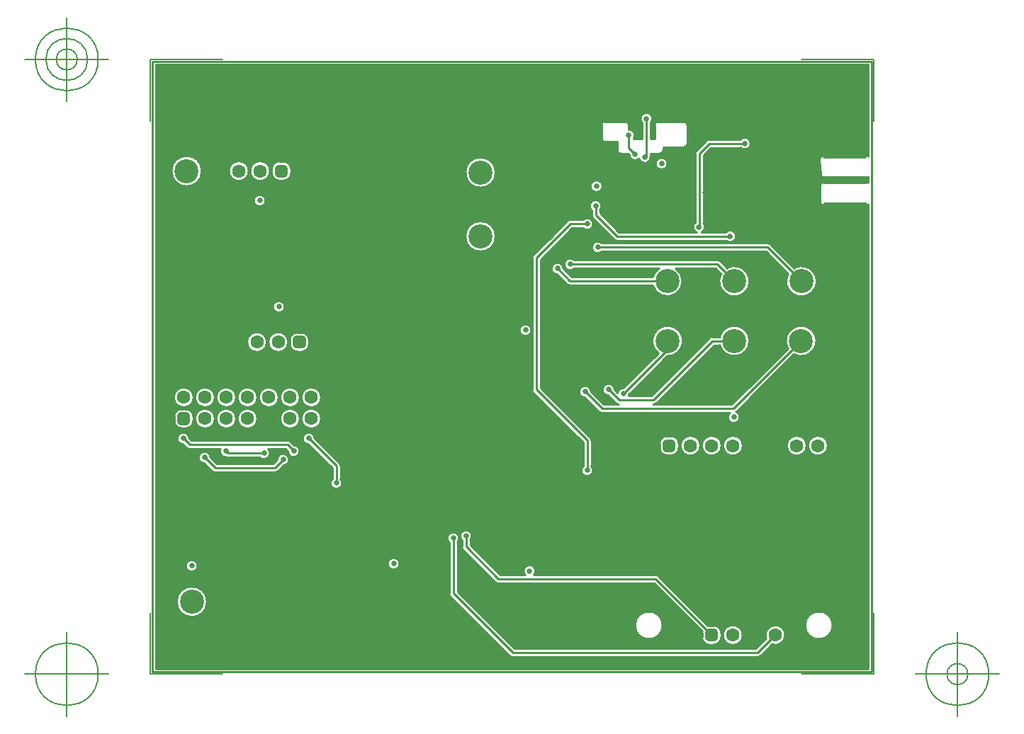
<source format=gbr>
G04 Generated by Ultiboard 14.0 *
%FSLAX24Y24*%
%MOIN*%

%ADD10C,0.0001*%
%ADD11C,0.0100*%
%ADD12C,0.0050*%
%ADD13C,0.1130*%
%ADD14C,0.0260*%
%ADD15C,0.0633*%
%ADD16R,0.0208X0.0208*%
%ADD17C,0.0392*%
%ADD18R,0.2050X0.0950*%


G04 ColorRGB 0000FF for the following layer *
%LNCopper Bottom*%
%LPD*%
G54D10*
G36*
X59730Y26316D02*
X59730Y26316D01*
X59730Y4451D01*
X26211Y4451D01*
X26211Y32899D01*
X59730Y32899D01*
X59730Y28573D01*
G75*
D01*
G03X59629Y28611I-100J-112*
G01*
X59629Y28611D01*
X57580Y28601D01*
G75*
D01*
G03X57430Y28441I1J-151*
G01*
X57430Y28441D01*
X57470Y27741D01*
G74*
D01*
G03X57585Y27603I150J8*
G01*
G75*
D01*
G03X57620Y27599I35J147*
G01*
X57620Y27599D01*
X59650Y27599D01*
G75*
D01*
G03X59697Y27607I-2J151*
G01*
G74*
D01*
G03X59730Y27622I45J143*
G01*
X59730Y27622D01*
X59730Y27344D01*
G74*
D01*
G03X59660Y27361I70J134*
G01*
X59660Y27361D01*
X57610Y27361D01*
G75*
D01*
G03X57459Y27210I0J-151*
G01*
X57459Y27210D01*
X57459Y26440D01*
G75*
D01*
G03X57610Y26289I151J0*
G01*
X57611Y26289D01*
X57611Y26289D01*
X59661Y26299D01*
G74*
D01*
G03X59730Y26316I1J151*
G01*
D02*
G37*
%LPC*%
G36*
X54513Y4999D02*
G74*
D01*
G03X54655Y5058I0J201*
G01*
X54655Y5058D01*
X55197Y5600D01*
G75*
D01*
G03X54913Y5884I155J439*
G01*
X54913Y5884D01*
X54429Y5401D01*
X43083Y5401D01*
X40401Y8083D01*
X40401Y10405D01*
G75*
D01*
G03X39999Y10405I-201J195*
G01*
X39999Y10405D01*
X39999Y8000D01*
G75*
D01*
G03X40058Y7858I201J0*
G01*
X40058Y7858D01*
X42858Y5058D01*
G75*
D01*
G03X43000Y4999I142J141*
G01*
X43000Y4999D01*
X54513Y4999D01*
D02*
G37*
G36*
X54256Y5583D02*
G75*
D01*
G03X54256Y5583I97J457*
G01*
D02*
G37*
G36*
X47195Y24099D02*
X47195Y24099D01*
X54901Y24099D01*
X55953Y23047D01*
X55953Y23047D01*
X55953Y23047D01*
G75*
D01*
G03X56238Y23331I627J-344*
G01*
X56238Y23331D01*
X55127Y24442D01*
G74*
D01*
G03X54984Y24501I142J142*
G01*
X54984Y24501D01*
X47195Y24501D01*
G75*
D01*
G03X47195Y24099I-195J-201*
G01*
D02*
G37*
G36*
X56220Y19267D02*
G75*
D01*
G03X55936Y19552I344J627*
G01*
X55936Y19552D01*
X54199Y17815D01*
X53285Y16901D01*
X49628Y16901D01*
G74*
D01*
G03X49665Y16910I29J198*
G01*
G74*
D01*
G03X49742Y16958I65J189*
G01*
X49742Y16958D01*
X52478Y19694D01*
X52738Y19694D01*
G75*
D01*
G03X52738Y20096I685J201*
G01*
X52738Y20096D01*
X52395Y20096D01*
G75*
D01*
G03X52299Y20071I1J-201*
G01*
G74*
D01*
G03X52253Y20037I95J176*
G01*
X52253Y20037D01*
X49517Y17301D01*
X48462Y17301D01*
G74*
D01*
G03X48480Y17396I262J99*
G01*
X48480Y17396D01*
X50264Y19180D01*
G75*
D01*
G03X49846Y19330I21J715*
G01*
X49846Y19330D01*
X48196Y17680D01*
G74*
D01*
G03X47926Y17458I4J280*
G01*
X47926Y17458D01*
X47780Y17604D01*
G75*
D01*
G03X47496Y17320I-280J-4*
G01*
X47496Y17320D01*
X47858Y16958D01*
G74*
D01*
G03X47942Y16908I141J142*
G01*
G74*
D01*
G03X47972Y16901I60J191*
G01*
X47972Y16901D01*
X47283Y16901D01*
X46680Y17504D01*
G75*
D01*
G03X46396Y17220I-280J-4*
G01*
X46396Y17220D01*
X47058Y16558D01*
G75*
D01*
G03X47200Y16499I142J141*
G01*
X47200Y16499D01*
X53203Y16499D01*
G75*
D01*
G03X53510Y16558I197J-199*
G01*
X53511Y16558D01*
X53511Y16558D01*
X54256Y17303D01*
X56220Y19267D01*
D02*
G37*
G36*
X54256Y14505D02*
G75*
D01*
G03X54256Y14505I103J455*
G01*
D02*
G37*
G36*
X46305Y25199D02*
G75*
D01*
G03X46305Y25601I195J201*
G01*
X46305Y25601D01*
X45700Y25601D01*
G75*
D01*
G03X45625Y25586I1J-201*
G01*
G74*
D01*
G03X45558Y25542I74J186*
G01*
X45558Y25542D01*
X44807Y24791D01*
X43958Y23942D01*
G75*
D01*
G03X43899Y23800I141J-142*
G01*
X43899Y23800D01*
X43899Y17600D01*
G75*
D01*
G03X43958Y17458I201J0*
G01*
X43958Y17458D01*
X46299Y15117D01*
X46299Y13995D01*
G75*
D01*
G03X46701Y13995I201J-195*
G01*
X46701Y13995D01*
X46701Y15200D01*
G74*
D01*
G03X46642Y15342I201J0*
G01*
X46642Y15342D01*
X44807Y17177D01*
X44301Y17683D01*
X44301Y23717D01*
X44807Y24223D01*
X45783Y25199D01*
X46305Y25199D01*
D02*
G37*
G36*
X49587Y22503D02*
G75*
D01*
G03X50669Y23299I685J203*
G01*
X50669Y23299D01*
X52547Y23299D01*
X52796Y23050D01*
X52799Y23047D01*
G75*
D01*
G03X53084Y23331I627J-344*
G01*
X53084Y23331D01*
X52773Y23642D01*
G74*
D01*
G03X52630Y23701I142J142*
G01*
X52630Y23701D01*
X45895Y23701D01*
G75*
D01*
G03X45895Y23299I-195J-201*
G01*
X45895Y23299D01*
X49877Y23299D01*
G74*
D01*
G03X49587Y22905I395J595*
G01*
X49587Y22905D01*
X45780Y22905D01*
X45637Y23047D01*
X45637Y23047D01*
X45380Y23304D01*
G75*
D01*
G03X45096Y23020I-280J-4*
G01*
X45096Y23020D01*
X45554Y22562D01*
G75*
D01*
G03X45697Y22503I142J141*
G01*
X45697Y22503D01*
X49587Y22503D01*
D02*
G37*
G36*
X43997Y8871D02*
G75*
D01*
G03X43583Y8871I-207J189*
G01*
X43583Y8871D01*
X42413Y8871D01*
X41001Y10283D01*
X41001Y10505D01*
G75*
D01*
G03X40599Y10505I-201J195*
G01*
X40599Y10505D01*
X40599Y10200D01*
G75*
D01*
G03X40658Y10058I201J0*
G01*
X40658Y10058D01*
X42188Y8528D01*
G75*
D01*
G03X42330Y8469I142J141*
G01*
X42330Y8469D01*
X49639Y8469D01*
X51906Y6203D01*
G74*
D01*
G03X51901Y6144I343J59*
G01*
X51901Y6144D01*
X51901Y5936D01*
G75*
D01*
G03X52249Y5588I348J0*
G01*
X52249Y5588D01*
X52457Y5588D01*
G75*
D01*
G03X52804Y5936I-1J348*
G01*
X52804Y5936D01*
X52804Y6144D01*
G74*
D01*
G03X52457Y6492I347J1*
G01*
X52457Y6492D01*
X52249Y6492D01*
G75*
D01*
G03X52190Y6487I0J-348*
G01*
X52190Y6487D01*
X49865Y8812D01*
G74*
D01*
G03X49723Y8871I142J141*
G01*
X49723Y8871D01*
X43997Y8871D01*
D02*
G37*
G36*
X34901Y14000D02*
G74*
D01*
G03X34842Y14142I201J0*
G01*
X34842Y14142D01*
X33680Y15304D01*
G75*
D01*
G03X33396Y15020I-280J-4*
G01*
X33396Y15020D01*
X34499Y13917D01*
X34499Y13395D01*
G75*
D01*
G03X34901Y13395I201J-195*
G01*
X34901Y13395D01*
X34901Y14000D01*
D02*
G37*
G36*
X56750Y6500D02*
G75*
D01*
G03X56750Y6500I650J0*
G01*
D02*
G37*
G36*
X55892Y14960D02*
G75*
D01*
G03X55892Y14960I467J0*
G01*
D02*
G37*
G36*
X56892Y14960D02*
G75*
D01*
G03X56892Y14960I467J0*
G01*
D02*
G37*
G36*
X48750Y6500D02*
G75*
D01*
G03X48750Y6500I650J0*
G01*
D02*
G37*
G36*
X52886Y6040D02*
G75*
D01*
G03X52886Y6040I467J0*
G01*
D02*
G37*
G36*
X27190Y7609D02*
G75*
D01*
G03X27190Y7609I715J0*
G01*
D02*
G37*
G36*
X27620Y9300D02*
G75*
D01*
G03X27620Y9300I280J0*
G01*
D02*
G37*
G36*
X37120Y9400D02*
G75*
D01*
G03X37120Y9400I280J0*
G01*
D02*
G37*
G36*
X31720Y21500D02*
G75*
D01*
G03X31720Y21500I280J0*
G01*
D02*
G37*
G36*
X31920Y14304D02*
X31920Y14304D01*
X31717Y14101D01*
X29083Y14101D01*
X28780Y14404D01*
G75*
D01*
G03X28496Y14120I-280J-4*
G01*
X28496Y14120D01*
X28858Y13758D01*
G75*
D01*
G03X29000Y13699I142J141*
G01*
X29000Y13699D01*
X31800Y13699D01*
G74*
D01*
G03X31942Y13758I0J201*
G01*
X31942Y13758D01*
X32204Y14020D01*
G75*
D01*
G03X31920Y14304I-4J280*
G01*
D02*
G37*
G36*
X27780Y15304D02*
G75*
D01*
G03X27496Y15020I-280J-4*
G01*
X27496Y15020D01*
X27658Y14858D01*
G75*
D01*
G03X27800Y14799I142J141*
G01*
X27800Y14799D01*
X29238Y14799D01*
G75*
D01*
G03X29510Y14420I262J-99*
G01*
G75*
D01*
G03X29600Y14399I89J180*
G01*
X29600Y14399D01*
X31105Y14399D01*
G75*
D01*
G03X31497Y14799I196J200*
G01*
X31497Y14799D01*
X32317Y14799D01*
X32420Y14696D01*
G75*
D01*
G03X32704Y14980I280J4*
G01*
X32704Y14980D01*
X32583Y15101D01*
G74*
D01*
G03X32409Y15201I174J101*
G01*
X32409Y15201D01*
X27883Y15201D01*
X27780Y15304D01*
D02*
G37*
G36*
X27074Y16338D02*
X27074Y16338D01*
X27074Y16130D01*
G75*
D01*
G03X27421Y15783I347J0*
G01*
X27421Y15783D01*
X27629Y15783D01*
G75*
D01*
G03X27977Y16130I1J347*
G01*
X27977Y16130D01*
X27977Y16338D01*
G74*
D01*
G03X27629Y16686I348J0*
G01*
X27629Y16686D01*
X27421Y16686D01*
G75*
D01*
G03X27074Y16338I1J-348*
G01*
D02*
G37*
G36*
X28059Y16234D02*
G75*
D01*
G03X28059Y16234I466J0*
G01*
D02*
G37*
G36*
X29059Y16234D02*
G75*
D01*
G03X29059Y16234I466J0*
G01*
D02*
G37*
G36*
X30059Y16234D02*
G75*
D01*
G03X30059Y16234I466J0*
G01*
D02*
G37*
G36*
X32059Y16234D02*
G75*
D01*
G03X32059Y16234I466J0*
G01*
D02*
G37*
G36*
X33059Y16234D02*
G75*
D01*
G03X33059Y16234I466J0*
G01*
D02*
G37*
G36*
X27059Y17234D02*
G75*
D01*
G03X27059Y17234I466J0*
G01*
D02*
G37*
G36*
X28059Y17234D02*
G75*
D01*
G03X28059Y17234I466J0*
G01*
D02*
G37*
G36*
X29059Y17234D02*
G75*
D01*
G03X29059Y17234I466J0*
G01*
D02*
G37*
G36*
X30059Y17234D02*
G75*
D01*
G03X30059Y17234I466J0*
G01*
D02*
G37*
G36*
X31059Y17234D02*
G75*
D01*
G03X31059Y17234I466J0*
G01*
D02*
G37*
G36*
X32059Y17234D02*
G75*
D01*
G03X32059Y17234I466J0*
G01*
D02*
G37*
G36*
X33059Y17234D02*
G75*
D01*
G03X33059Y17234I466J0*
G01*
D02*
G37*
G36*
X30501Y19838D02*
G75*
D01*
G03X30501Y19838I467J0*
G01*
D02*
G37*
G36*
X31501Y19838D02*
G75*
D01*
G03X31501Y19838I467J0*
G01*
D02*
G37*
G36*
X33420Y19733D02*
X33420Y19733D01*
X33420Y19942D01*
G74*
D01*
G03X33072Y20289I348J1*
G01*
X33072Y20289D01*
X32864Y20289D01*
G75*
D01*
G03X32516Y19942I-1J-347*
G01*
X32516Y19942D01*
X32516Y19733D01*
G75*
D01*
G03X32864Y19386I348J1*
G01*
X32864Y19386D01*
X33072Y19386D01*
G75*
D01*
G03X33420Y19733I1J347*
G01*
D02*
G37*
G36*
X32567Y27790D02*
X32567Y27790D01*
X32567Y27998D01*
G74*
D01*
G03X32220Y28345I347J0*
G01*
X32220Y28345D01*
X32012Y28345D01*
G75*
D01*
G03X31664Y27998I-1J-347*
G01*
X31664Y27998D01*
X31664Y27790D01*
G75*
D01*
G03X32012Y27442I348J0*
G01*
X32012Y27442D01*
X32220Y27442D01*
G75*
D01*
G03X32567Y27790I-1J348*
G01*
D02*
G37*
G36*
X30820Y26500D02*
G75*
D01*
G03X30820Y26500I280J0*
G01*
D02*
G37*
G36*
X26947Y27891D02*
G75*
D01*
G03X26947Y27891I715J0*
G01*
D02*
G37*
G36*
X29649Y27894D02*
G75*
D01*
G03X29649Y27894I467J0*
G01*
D02*
G37*
G36*
X30649Y27894D02*
G75*
D01*
G03X30649Y27894I467J0*
G01*
D02*
G37*
G36*
X48470Y28676D02*
G75*
D01*
G03X48940Y28475I280J5*
G01*
G75*
D01*
G03X49487Y28591I270J73*
G01*
G75*
D01*
G03X49491Y28630I-196J40*
G01*
X49491Y28630D01*
X49491Y28719D01*
X49930Y28719D01*
G75*
D01*
G03X49986Y28730I-1J151*
G01*
G75*
D01*
G03X50081Y28875I-55J140*
G01*
X50081Y28875D01*
X50076Y29021D01*
X51061Y29029D01*
G75*
D01*
G03X51211Y29180I-1J151*
G01*
X51211Y29180D01*
X51211Y30060D01*
G74*
D01*
G03X51060Y30211I151J0*
G01*
X51060Y30211D01*
X49820Y30211D01*
G75*
D01*
G03X49669Y30060I0J-151*
G01*
X49669Y30060D01*
X49669Y29431D01*
X49491Y29431D01*
X49491Y30165D01*
G75*
D01*
G03X49089Y30165I-201J195*
G01*
X49089Y30165D01*
X49089Y29431D01*
X48697Y29431D01*
G75*
D01*
G03X48451Y29860I-235J150*
G01*
X48451Y29860D01*
X48451Y30080D01*
G74*
D01*
G03X48300Y30231I151J0*
G01*
X48300Y30231D01*
X47320Y30231D01*
G75*
D01*
G03X47169Y30080I0J-151*
G01*
X47169Y30080D01*
X47169Y29420D01*
G75*
D01*
G03X47320Y29269I151J0*
G01*
X47320Y29269D01*
X47917Y29269D01*
X47909Y28873D01*
G75*
D01*
G03X47998Y28732I151J-3*
G01*
G75*
D01*
G03X48060Y28719I61J138*
G01*
X48060Y28719D01*
X48427Y28719D01*
X48470Y28676D01*
D02*
G37*
G36*
X53715Y28989D02*
G75*
D01*
G03X53715Y29391I195J201*
G01*
X53715Y29391D01*
X52240Y29391D01*
G75*
D01*
G03X52230Y29391I-5J-201*
G01*
G74*
D01*
G03X52098Y29332I11J201*
G01*
X52098Y29332D01*
X51628Y28862D01*
G75*
D01*
G03X51569Y28719I141J-142*
G01*
X51569Y28719D01*
X51569Y25465D01*
G75*
D01*
G03X51642Y25006I191J-205*
G01*
X51642Y25006D01*
X47998Y25006D01*
X47101Y25903D01*
X47101Y26055D01*
G75*
D01*
G03X46699Y26055I-201J195*
G01*
X46699Y26055D01*
X46699Y25820D01*
G75*
D01*
G03X46758Y25678I201J0*
G01*
X46758Y25678D01*
X47773Y24663D01*
G75*
D01*
G03X47915Y24604I142J141*
G01*
X47915Y24604D01*
X53052Y24604D01*
G75*
D01*
G03X53021Y25006I177J216*
G01*
X53021Y25006D01*
X51878Y25006D01*
G75*
D01*
G03X51971Y25444I-118J254*
G01*
X51971Y25444D01*
X51971Y28637D01*
X52323Y28989D01*
X53715Y28989D01*
D02*
G37*
G36*
X46660Y27180D02*
G75*
D01*
G03X46660Y27180I280J0*
G01*
D02*
G37*
G36*
X49720Y28240D02*
G75*
D01*
G03X49720Y28240I280J0*
G01*
D02*
G37*
G36*
X49907Y15064D02*
X49907Y15064D01*
X49907Y14856D01*
G75*
D01*
G03X50255Y14508I348J0*
G01*
X50255Y14508D01*
X50463Y14508D01*
G75*
D01*
G03X50811Y14856I0J348*
G01*
X50811Y14856D01*
X50811Y15064D01*
G74*
D01*
G03X50463Y15412I348J0*
G01*
X50463Y15412D01*
X50255Y15412D01*
G75*
D01*
G03X49907Y15064I0J-348*
G01*
D02*
G37*
G36*
X50892Y14960D02*
G75*
D01*
G03X50892Y14960I467J0*
G01*
D02*
G37*
G36*
X51892Y14960D02*
G75*
D01*
G03X51892Y14960I467J0*
G01*
D02*
G37*
G36*
X52892Y14960D02*
G75*
D01*
G03X52892Y14960I467J0*
G01*
D02*
G37*
G36*
X40771Y27825D02*
G75*
D01*
G03X40771Y27825I715J0*
G01*
D02*
G37*
G36*
X40768Y24818D02*
G75*
D01*
G03X40768Y24818I715J0*
G01*
D02*
G37*
G36*
X43320Y20400D02*
G75*
D01*
G03X43320Y20400I280J0*
G01*
D02*
G37*
%LPD*%
G54D11*
X54513Y4999D02*
G74*
D01*
G03X54655Y5058I0J201*
G01*
X55197Y5600D01*
G75*
D01*
G03X54913Y5884I155J439*
G01*
X54429Y5401D01*
X43083Y5401D01*
X40401Y8083D01*
X40401Y10405D01*
G75*
D01*
G03X39999Y10405I-201J195*
G01*
X39999Y8000D01*
G75*
D01*
G03X40058Y7858I201J0*
G01*
X42858Y5058D01*
G75*
D01*
G03X43000Y4999I142J141*
G01*
X54513Y4999D01*
X54256Y5583D02*
G75*
D01*
G03X54256Y5583I97J457*
G01*
X47195Y24099D02*
X54901Y24099D01*
X55953Y23047D01*
X55953Y23047D01*
X55953Y23047D01*
G75*
D01*
G03X56238Y23331I627J-344*
G01*
X55127Y24442D01*
G74*
D01*
G03X54984Y24501I142J142*
G01*
X47195Y24501D01*
G75*
D01*
G03X47195Y24099I-195J-201*
G01*
X56220Y19267D02*
G75*
D01*
G03X55936Y19552I344J627*
G01*
X54199Y17815D01*
X53285Y16901D01*
X49628Y16901D01*
G74*
D01*
G03X49665Y16910I29J198*
G01*
G74*
D01*
G03X49742Y16958I65J189*
G01*
X52478Y19694D01*
X52738Y19694D01*
G75*
D01*
G03X52738Y20096I685J201*
G01*
X52395Y20096D01*
G75*
D01*
G03X52299Y20071I1J-201*
G01*
G74*
D01*
G03X52253Y20037I95J176*
G01*
X49517Y17301D01*
X48462Y17301D01*
G74*
D01*
G03X48480Y17396I262J99*
G01*
X50264Y19180D01*
G75*
D01*
G03X49846Y19330I21J715*
G01*
X48196Y17680D01*
G74*
D01*
G03X47926Y17458I4J280*
G01*
X47780Y17604D01*
G75*
D01*
G03X47496Y17320I-280J-4*
G01*
X47858Y16958D01*
G74*
D01*
G03X47942Y16908I141J142*
G01*
G74*
D01*
G03X47972Y16901I60J191*
G01*
X47283Y16901D01*
X46680Y17504D01*
G75*
D01*
G03X46396Y17220I-280J-4*
G01*
X47058Y16558D01*
G75*
D01*
G03X47200Y16499I142J141*
G01*
X53203Y16499D01*
G75*
D01*
G03X53510Y16558I197J-199*
G01*
X53511Y16558D01*
X54256Y17303D01*
X56220Y19267D01*
X54256Y14505D02*
G75*
D01*
G03X54256Y14505I103J455*
G01*
X46305Y25199D02*
G75*
D01*
G03X46305Y25601I195J201*
G01*
X45700Y25601D01*
G75*
D01*
G03X45625Y25586I1J-201*
G01*
G74*
D01*
G03X45558Y25542I74J186*
G01*
X44807Y24791D01*
X43958Y23942D01*
G75*
D01*
G03X43899Y23800I141J-142*
G01*
X43899Y17600D01*
G75*
D01*
G03X43958Y17458I201J0*
G01*
X46299Y15117D01*
X46299Y13995D01*
G75*
D01*
G03X46701Y13995I201J-195*
G01*
X46701Y15200D01*
G74*
D01*
G03X46642Y15342I201J0*
G01*
X44807Y17177D01*
X44301Y17683D01*
X44301Y23717D01*
X44807Y24223D01*
X45783Y25199D01*
X46305Y25199D01*
X49587Y22503D02*
G75*
D01*
G03X50669Y23299I685J203*
G01*
X52547Y23299D01*
X52796Y23050D01*
X52799Y23047D01*
G75*
D01*
G03X53084Y23331I627J-344*
G01*
X52773Y23642D01*
G74*
D01*
G03X52630Y23701I142J142*
G01*
X45895Y23701D01*
G75*
D01*
G03X45895Y23299I-195J-201*
G01*
X49877Y23299D01*
G74*
D01*
G03X49587Y22905I395J595*
G01*
X45780Y22905D01*
X45637Y23047D01*
X45637Y23047D01*
X45380Y23304D01*
G75*
D01*
G03X45096Y23020I-280J-4*
G01*
X45554Y22562D01*
G75*
D01*
G03X45697Y22503I142J141*
G01*
X49587Y22503D01*
X43997Y8871D02*
G75*
D01*
G03X43583Y8871I-207J189*
G01*
X42413Y8871D01*
X41001Y10283D01*
X41001Y10505D01*
G75*
D01*
G03X40599Y10505I-201J195*
G01*
X40599Y10200D01*
G75*
D01*
G03X40658Y10058I201J0*
G01*
X42188Y8528D01*
G75*
D01*
G03X42330Y8469I142J141*
G01*
X49639Y8469D01*
X51906Y6203D01*
G74*
D01*
G03X51901Y6144I343J59*
G01*
X51901Y5936D01*
G75*
D01*
G03X52249Y5588I348J0*
G01*
X52457Y5588D01*
G75*
D01*
G03X52804Y5936I-1J348*
G01*
X52804Y6144D01*
G74*
D01*
G03X52457Y6492I347J1*
G01*
X52249Y6492D01*
G75*
D01*
G03X52190Y6487I0J-348*
G01*
X49865Y8812D01*
G74*
D01*
G03X49723Y8871I142J141*
G01*
X43997Y8871D01*
X34901Y14000D02*
G74*
D01*
G03X34842Y14142I201J0*
G01*
X33680Y15304D01*
G75*
D01*
G03X33396Y15020I-280J-4*
G01*
X34499Y13917D01*
X34499Y13395D01*
G75*
D01*
G03X34901Y13395I201J-195*
G01*
X34901Y14000D01*
X56750Y6500D02*
G75*
D01*
G03X56750Y6500I650J0*
G01*
X55892Y14960D02*
G75*
D01*
G03X55892Y14960I467J0*
G01*
X56892Y14960D02*
G75*
D01*
G03X56892Y14960I467J0*
G01*
X48750Y6500D02*
G75*
D01*
G03X48750Y6500I650J0*
G01*
X52886Y6040D02*
G75*
D01*
G03X52886Y6040I467J0*
G01*
X27190Y7609D02*
G75*
D01*
G03X27190Y7609I715J0*
G01*
X27620Y9300D02*
G75*
D01*
G03X27620Y9300I280J0*
G01*
X37120Y9400D02*
G75*
D01*
G03X37120Y9400I280J0*
G01*
X31720Y21500D02*
G75*
D01*
G03X31720Y21500I280J0*
G01*
X31920Y14304D02*
X31717Y14101D01*
X29083Y14101D01*
X28780Y14404D01*
G75*
D01*
G03X28496Y14120I-280J-4*
G01*
X28858Y13758D01*
G75*
D01*
G03X29000Y13699I142J141*
G01*
X31800Y13699D01*
G74*
D01*
G03X31942Y13758I0J201*
G01*
X32204Y14020D01*
G75*
D01*
G03X31920Y14304I-4J280*
G01*
X27780Y15304D02*
G75*
D01*
G03X27496Y15020I-280J-4*
G01*
X27658Y14858D01*
G75*
D01*
G03X27800Y14799I142J141*
G01*
X29238Y14799D01*
G75*
D01*
G03X29510Y14420I262J-99*
G01*
G75*
D01*
G03X29600Y14399I89J180*
G01*
X31105Y14399D01*
G75*
D01*
G03X31497Y14799I196J200*
G01*
X32317Y14799D01*
X32420Y14696D01*
G75*
D01*
G03X32704Y14980I280J4*
G01*
X32583Y15101D01*
G74*
D01*
G03X32409Y15201I174J101*
G01*
X27883Y15201D01*
X27780Y15304D01*
X27074Y16338D02*
X27074Y16130D01*
G75*
D01*
G03X27421Y15783I347J0*
G01*
X27629Y15783D01*
G75*
D01*
G03X27977Y16130I1J347*
G01*
X27977Y16338D01*
G74*
D01*
G03X27629Y16686I348J0*
G01*
X27421Y16686D01*
G75*
D01*
G03X27074Y16338I1J-348*
G01*
X28059Y16234D02*
G75*
D01*
G03X28059Y16234I466J0*
G01*
X29059Y16234D02*
G75*
D01*
G03X29059Y16234I466J0*
G01*
X30059Y16234D02*
G75*
D01*
G03X30059Y16234I466J0*
G01*
X32059Y16234D02*
G75*
D01*
G03X32059Y16234I466J0*
G01*
X33059Y16234D02*
G75*
D01*
G03X33059Y16234I466J0*
G01*
X27059Y17234D02*
G75*
D01*
G03X27059Y17234I466J0*
G01*
X28059Y17234D02*
G75*
D01*
G03X28059Y17234I466J0*
G01*
X29059Y17234D02*
G75*
D01*
G03X29059Y17234I466J0*
G01*
X30059Y17234D02*
G75*
D01*
G03X30059Y17234I466J0*
G01*
X31059Y17234D02*
G75*
D01*
G03X31059Y17234I466J0*
G01*
X32059Y17234D02*
G75*
D01*
G03X32059Y17234I466J0*
G01*
X33059Y17234D02*
G75*
D01*
G03X33059Y17234I466J0*
G01*
X30501Y19838D02*
G75*
D01*
G03X30501Y19838I467J0*
G01*
X31501Y19838D02*
G75*
D01*
G03X31501Y19838I467J0*
G01*
X33420Y19733D02*
X33420Y19942D01*
G74*
D01*
G03X33072Y20289I348J1*
G01*
X32864Y20289D01*
G75*
D01*
G03X32516Y19942I-1J-347*
G01*
X32516Y19733D01*
G75*
D01*
G03X32864Y19386I348J1*
G01*
X33072Y19386D01*
G75*
D01*
G03X33420Y19733I1J347*
G01*
X32567Y27790D02*
X32567Y27998D01*
G74*
D01*
G03X32220Y28345I347J0*
G01*
X32012Y28345D01*
G75*
D01*
G03X31664Y27998I-1J-347*
G01*
X31664Y27790D01*
G75*
D01*
G03X32012Y27442I348J0*
G01*
X32220Y27442D01*
G75*
D01*
G03X32567Y27790I-1J348*
G01*
X30820Y26500D02*
G75*
D01*
G03X30820Y26500I280J0*
G01*
X26947Y27891D02*
G75*
D01*
G03X26947Y27891I715J0*
G01*
X29649Y27894D02*
G75*
D01*
G03X29649Y27894I467J0*
G01*
X30649Y27894D02*
G75*
D01*
G03X30649Y27894I467J0*
G01*
X48470Y28676D02*
G75*
D01*
G03X48940Y28475I280J5*
G01*
G75*
D01*
G03X49487Y28591I270J73*
G01*
G75*
D01*
G03X49491Y28630I-196J40*
G01*
X49491Y28719D01*
X49930Y28719D01*
G75*
D01*
G03X49986Y28730I-1J151*
G01*
G75*
D01*
G03X50081Y28875I-55J140*
G01*
X50076Y29021D01*
X51061Y29029D01*
G75*
D01*
G03X51211Y29180I-1J151*
G01*
X51211Y30060D01*
G74*
D01*
G03X51060Y30211I151J0*
G01*
X49820Y30211D01*
G75*
D01*
G03X49669Y30060I0J-151*
G01*
X49669Y29431D01*
X49491Y29431D01*
X49491Y30165D01*
G75*
D01*
G03X49089Y30165I-201J195*
G01*
X49089Y29431D01*
X48697Y29431D01*
G75*
D01*
G03X48451Y29860I-235J150*
G01*
X48451Y30080D01*
G74*
D01*
G03X48300Y30231I151J0*
G01*
X47320Y30231D01*
G75*
D01*
G03X47169Y30080I0J-151*
G01*
X47169Y29420D01*
G75*
D01*
G03X47320Y29269I151J0*
G01*
X47917Y29269D01*
X47909Y28873D01*
G75*
D01*
G03X47998Y28732I151J-3*
G01*
G75*
D01*
G03X48060Y28719I61J138*
G01*
X48427Y28719D01*
X48470Y28676D01*
X53715Y28989D02*
G75*
D01*
G03X53715Y29391I195J201*
G01*
X52240Y29391D01*
G75*
D01*
G03X52230Y29391I-5J-201*
G01*
G74*
D01*
G03X52098Y29332I11J201*
G01*
X51628Y28862D01*
G75*
D01*
G03X51569Y28719I141J-142*
G01*
X51569Y25465D01*
G75*
D01*
G03X51642Y25006I191J-205*
G01*
X47998Y25006D01*
X47101Y25903D01*
X47101Y26055D01*
G75*
D01*
G03X46699Y26055I-201J195*
G01*
X46699Y25820D01*
G75*
D01*
G03X46758Y25678I201J0*
G01*
X47773Y24663D01*
G75*
D01*
G03X47915Y24604I142J141*
G01*
X53052Y24604D01*
G75*
D01*
G03X53021Y25006I177J216*
G01*
X51878Y25006D01*
G75*
D01*
G03X51971Y25444I-118J254*
G01*
X51971Y28637D01*
X52323Y28989D01*
X53715Y28989D01*
X46660Y27180D02*
G75*
D01*
G03X46660Y27180I280J0*
G01*
X49720Y28240D02*
G75*
D01*
G03X49720Y28240I280J0*
G01*
X49907Y15064D02*
X49907Y14856D01*
G75*
D01*
G03X50255Y14508I348J0*
G01*
X50463Y14508D01*
G75*
D01*
G03X50811Y14856I0J348*
G01*
X50811Y15064D01*
G74*
D01*
G03X50463Y15412I348J0*
G01*
X50255Y15412D01*
G75*
D01*
G03X49907Y15064I0J-348*
G01*
X50892Y14960D02*
G75*
D01*
G03X50892Y14960I467J0*
G01*
X51892Y14960D02*
G75*
D01*
G03X51892Y14960I467J0*
G01*
X52892Y14960D02*
G75*
D01*
G03X52892Y14960I467J0*
G01*
X40771Y27825D02*
G75*
D01*
G03X40771Y27825I715J0*
G01*
X40768Y24818D02*
G75*
D01*
G03X40768Y24818I715J0*
G01*
X43320Y20400D02*
G75*
D01*
G03X43320Y20400I280J0*
G01*
X59730Y26316D02*
X59730Y4451D01*
X26211Y4451D01*
X26211Y32899D01*
X59730Y32899D01*
X59730Y28573D01*
G75*
D01*
G03X59629Y28611I-100J-112*
G01*
X57580Y28601D01*
G75*
D01*
G03X57430Y28441I1J-151*
G01*
X57470Y27741D01*
G74*
D01*
G03X57585Y27603I150J8*
G01*
G75*
D01*
G03X57620Y27599I35J147*
G01*
X59650Y27599D01*
G75*
D01*
G03X59697Y27607I-2J151*
G01*
G74*
D01*
G03X59730Y27622I45J143*
G01*
X59730Y27344D01*
G74*
D01*
G03X59660Y27361I70J134*
G01*
X57610Y27361D01*
G75*
D01*
G03X57459Y27210I0J-151*
G01*
X57459Y26440D01*
G75*
D01*
G03X57610Y26289I151J0*
G01*
X57611Y26289D01*
X59661Y26299D01*
G74*
D01*
G03X59730Y26316I1J151*
G01*
X32400Y15000D02*
X32700Y14700D01*
X32400Y15000D02*
X32409Y15000D01*
X27500Y15300D02*
X27800Y15000D01*
X32400Y15000D01*
X33400Y15300D02*
X34700Y14000D01*
X29500Y14700D02*
X29600Y14600D01*
X31300Y14600D01*
X28500Y14400D02*
X29000Y13900D01*
X34700Y14000D02*
X34700Y13200D01*
X29000Y13900D02*
X31800Y13900D01*
X32200Y14300D01*
X46500Y25400D02*
X45700Y25400D01*
X44100Y23800D01*
X44100Y17600D01*
X46500Y15200D01*
X46500Y13800D01*
X45100Y23300D02*
X45696Y22704D01*
X47000Y24300D02*
X54984Y24300D01*
X46400Y17500D02*
X47200Y16700D01*
X48000Y17100D02*
X47500Y17600D01*
X47200Y16700D02*
X53368Y16700D01*
X49600Y17100D02*
X48000Y17100D01*
X48200Y17400D02*
X50285Y19485D01*
X52395Y19895D02*
X49600Y17100D01*
X53368Y16700D02*
X56563Y19895D01*
X50285Y19485D02*
X50285Y19895D01*
X53424Y19895D02*
X52395Y19895D01*
X45696Y22704D02*
X50273Y22704D01*
X52630Y23500D02*
X53427Y22704D01*
X54984Y24300D02*
X56581Y22704D01*
X45700Y23500D02*
X52630Y23500D01*
X40200Y10600D02*
X40200Y8000D01*
X43000Y5200D01*
X54513Y5200D01*
X55353Y6040D01*
X48460Y29580D02*
X48460Y28970D01*
X49290Y30360D02*
X49290Y28630D01*
X49210Y28550D01*
X49723Y8670D02*
X52353Y6040D01*
X40800Y10200D02*
X42330Y8670D01*
X40800Y10200D02*
X40800Y10700D01*
X42330Y8670D02*
X49723Y8670D01*
X48460Y28970D02*
X48755Y28675D01*
X46900Y26250D02*
X46900Y25820D01*
X47915Y24805D01*
X53225Y24805D01*
X52240Y29190D02*
X53910Y29190D01*
X52240Y29190D02*
X51770Y28720D01*
X51770Y25290D02*
X51770Y28720D01*
X26060Y4300D02*
X59880Y4300D01*
X59880Y33050D01*
X26060Y33050D01*
X26060Y4300D01*
G54D12*
X25960Y4200D02*
X25960Y7095D01*
X25960Y4200D02*
X29362Y4200D01*
X59980Y4200D02*
X56578Y4200D01*
X59980Y4200D02*
X59980Y7095D01*
X59980Y33150D02*
X59980Y30255D01*
X59980Y33150D02*
X56578Y33150D01*
X25960Y33150D02*
X29362Y33150D01*
X25960Y33150D02*
X25960Y30255D01*
X23991Y4200D02*
X20054Y4200D01*
X22023Y2231D02*
X22023Y6169D01*
X20547Y4200D02*
G75*
D01*
G02X20547Y4200I1476J0*
G01*
X61949Y4200D02*
X65886Y4200D01*
X63917Y2231D02*
X63917Y6169D01*
X62441Y4200D02*
G75*
D01*
G02X62441Y4200I1476J0*
G01*
X63425Y4200D02*
G75*
D01*
G02X63425Y4200I492J0*
G01*
X23991Y33150D02*
X20054Y33150D01*
X22023Y31181D02*
X22023Y35119D01*
X20547Y33150D02*
G75*
D01*
G02X20547Y33150I1476J0*
G01*
X21039Y33150D02*
G75*
D01*
G02X21039Y33150I984J0*
G01*
X21531Y33150D02*
G75*
D01*
G02X21531Y33150I492J0*
G01*
X25960Y4200D02*
X25960Y7095D01*
X25960Y4200D02*
X29362Y4200D01*
X59980Y4200D02*
X56578Y4200D01*
X59980Y4200D02*
X59980Y7095D01*
X59980Y33150D02*
X59980Y30255D01*
X59980Y33150D02*
X56578Y33150D01*
X25960Y33150D02*
X29362Y33150D01*
X25960Y33150D02*
X25960Y30255D01*
X23991Y4200D02*
X20054Y4200D01*
X22023Y2231D02*
X22023Y6169D01*
X20547Y4200D02*
G75*
D01*
G02X20547Y4200I1476J0*
G01*
X61949Y4200D02*
X65886Y4200D01*
X63917Y2231D02*
X63917Y6169D01*
X62441Y4200D02*
G75*
D01*
G02X62441Y4200I1476J0*
G01*
X63425Y4200D02*
G75*
D01*
G02X63425Y4200I492J0*
G01*
X23991Y33150D02*
X20054Y33150D01*
X22023Y31181D02*
X22023Y35119D01*
X20547Y33150D02*
G75*
D01*
G02X20547Y33150I1476J0*
G01*
X21039Y33150D02*
G75*
D01*
G02X21039Y33150I984J0*
G01*
X21531Y33150D02*
G75*
D01*
G02X21531Y33150I492J0*
G01*
G54D13*
X27742Y24435D03*
X27905Y7609D03*
X31343Y7709D03*
X35160Y7579D03*
X53424Y19895D03*
X56563Y19895D03*
X50285Y19895D03*
X50273Y22704D03*
X56581Y22704D03*
X41483Y24818D03*
X27662Y27891D03*
X41486Y27825D03*
X53427Y22704D03*
G54D14*
X27800Y21900D03*
X32200Y25800D03*
X31100Y26500D03*
X32000Y21500D03*
X35100Y15800D03*
X31600Y15400D03*
X32700Y14700D03*
X31300Y14600D03*
X29500Y14700D03*
X28500Y14400D03*
X34700Y13200D03*
X32200Y14300D03*
X27900Y9300D03*
X44400Y20400D03*
X43600Y20400D03*
X46500Y25400D03*
X46500Y13800D03*
X45100Y23300D03*
X45700Y23500D03*
X47000Y24300D03*
X46400Y17500D03*
X47500Y17600D03*
X31300Y9400D03*
X35200Y9400D03*
X37400Y9400D03*
X46600Y9200D03*
X48200Y17400D03*
X27500Y15300D03*
X33400Y15300D03*
X53400Y16300D03*
X40200Y10600D03*
X43400Y9700D03*
X40800Y10700D03*
X55300Y16310D03*
X42680Y7220D03*
X47070Y26800D03*
X50240Y26740D03*
X51260Y26660D03*
X56130Y26810D03*
X51320Y28490D03*
X52120Y28490D03*
X53420Y28490D03*
X50790Y28670D03*
X54680Y29300D03*
X54690Y25580D03*
X48760Y30400D03*
X48460Y29580D03*
X49290Y30360D03*
X49210Y28550D03*
X49740Y28490D03*
X49630Y29600D03*
X48320Y28430D03*
X48750Y28680D03*
X58190Y25940D03*
X59100Y25930D03*
X58110Y28950D03*
X59120Y28960D03*
X53020Y28200D03*
X52570Y28210D03*
X52670Y26870D03*
X53270Y26880D03*
X52060Y26870D03*
X57300Y27040D03*
X57300Y27930D03*
X56520Y27950D03*
X55670Y27940D03*
X55650Y27060D03*
X55160Y27950D03*
X55160Y27050D03*
X56690Y29150D03*
X55700Y29160D03*
X57280Y30400D03*
X55430Y30440D03*
X53690Y30420D03*
X50340Y30450D03*
X51660Y29440D03*
X52810Y29680D03*
X50780Y25920D03*
X52370Y25910D03*
X53550Y25880D03*
X55600Y25940D03*
X56860Y25920D03*
X56290Y24860D03*
X54400Y24840D03*
X50260Y25230D03*
X46940Y27180D03*
X51820Y30450D03*
X35270Y18440D03*
X56920Y26800D03*
X53910Y29190D03*
X51760Y25260D03*
X53230Y24820D03*
X46900Y26250D03*
X49250Y27600D03*
X49220Y27150D03*
X48820Y27140D03*
X48820Y27600D03*
X43790Y9060D03*
X50000Y28240D03*
X36410Y10080D03*
X35170Y20560D03*
X35180Y22590D03*
G54D15*
X57359Y14960D03*
X52359Y14960D03*
X51359Y14960D03*
X53359Y14960D03*
X55359Y14960D03*
X54359Y14960D03*
X56359Y14960D03*
X31525Y17234D03*
X33525Y17234D03*
X33525Y16234D03*
X32525Y17234D03*
X28525Y17234D03*
X28525Y16234D03*
X27525Y17234D03*
X31525Y16234D03*
X30525Y17234D03*
X30525Y16234D03*
X29525Y17234D03*
X29525Y16234D03*
X32525Y16234D03*
X31968Y19838D03*
X30968Y19838D03*
X31116Y27894D03*
X30116Y27894D03*
X54353Y6040D03*
X53353Y6040D03*
X55353Y6040D03*
G54D16*
X50359Y14960D03*
X27525Y16234D03*
X32968Y19838D03*
X32116Y27894D03*
X52353Y6040D03*
G54D17*
X50255Y14856D02*
X50463Y14856D01*
X50463Y15064D01*
X50255Y15064D01*
X50255Y14856D01*D02*
X27421Y16130D02*
X27629Y16130D01*
X27629Y16338D01*
X27421Y16338D01*
X27421Y16130D01*D02*
X32864Y19734D02*
X33072Y19734D01*
X33072Y19942D01*
X32864Y19942D01*
X32864Y19734D01*D02*
X32012Y27790D02*
X32220Y27790D01*
X32220Y27998D01*
X32012Y27998D01*
X32012Y27790D01*D02*
X52249Y5936D02*
X52457Y5936D01*
X52457Y6144D01*
X52249Y6144D01*
X52249Y5936D01*D02*
G54D18*
X58620Y28960D03*
X58640Y25950D03*

M02*

</source>
